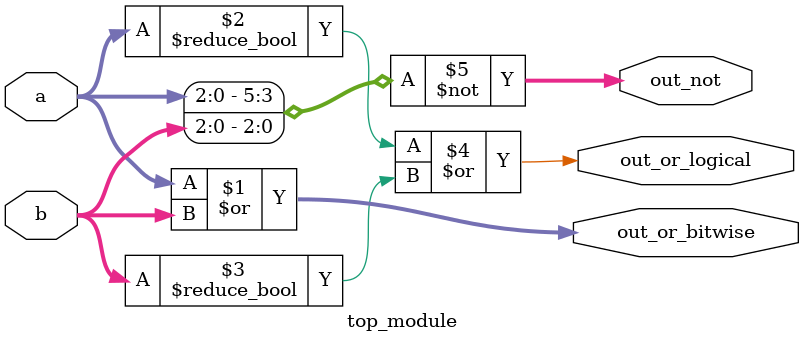
<source format=sv>
module top_module(
	input [2:0] a, 
	input [2:0] b, 
	output [2:0] out_or_bitwise,
	output out_or_logical,
	output [5:0] out_not
);

	assign out_or_bitwise = a | b;
	assign out_or_logical = (a != 0) | (b != 0);
	assign out_not = ~{a, b};

endmodule

</source>
